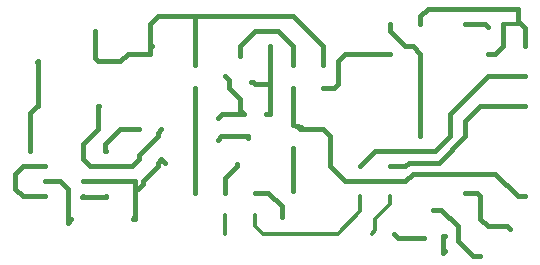
<source format=gbr>
G04 EAGLE Gerber RS-274X export*
G75*
%MOMM*%
%FSLAX34Y34*%
%LPD*%
%INTop Copper*%
%IPPOS*%
%AMOC8*
5,1,8,0,0,1.08239X$1,22.5*%
G01*
%ADD10C,0.406400*%
%ADD11C,0.304800*%


D10*
X44450Y88900D02*
X62900Y88900D01*
X44450Y88900D02*
X38100Y82550D01*
X38100Y69850D01*
X44450Y63500D01*
X62900Y63500D01*
X241300Y66650D02*
X252438Y66650D01*
X263525Y55563D01*
X263525Y46175D01*
X263550Y46150D01*
X215900Y66650D02*
X215900Y79375D01*
X225450Y88925D02*
X225450Y90600D01*
X225450Y88925D02*
X215900Y79375D01*
X142400Y69850D02*
X139700Y69850D01*
X161900Y95250D02*
X165100Y92050D01*
X114900Y76200D02*
X95250Y76200D01*
X158750Y88900D02*
X158750Y92100D01*
X161900Y95250D01*
X139700Y69850D02*
X139700Y46750D01*
X137400Y44450D01*
X139700Y69850D02*
X139700Y76200D01*
X114900Y76200D01*
X146050Y76200D02*
X158750Y88900D01*
X146050Y76200D02*
X146050Y73500D01*
X142400Y69850D01*
X139192Y44450D02*
X137400Y44450D01*
X138684Y43942D02*
X139192Y44450D01*
D11*
X215900Y47650D02*
X215900Y31750D01*
X330200Y50800D02*
X330200Y63500D01*
X330200Y50800D02*
X311150Y31750D01*
X247650Y31750D01*
X241300Y38100D01*
X241300Y47650D01*
D10*
X298450Y155600D02*
X308000Y155600D01*
X311150Y158750D01*
X311150Y177800D01*
X317500Y184150D01*
X355600Y184150D01*
X435610Y209550D02*
X438150Y207010D01*
X435610Y209550D02*
X419100Y209550D01*
X419100Y127000D02*
X419100Y114300D01*
X419100Y127000D02*
X431800Y139700D01*
X469900Y139700D01*
X368300Y88900D02*
X355600Y88900D01*
X368300Y88900D02*
X371475Y92075D01*
X396875Y92075D01*
X419100Y114300D01*
X342900Y101600D02*
X330200Y88900D01*
X342900Y101600D02*
X393700Y101600D01*
X406400Y114300D01*
X406400Y133350D01*
X438150Y165100D01*
X469900Y165100D01*
X273050Y155600D02*
X273050Y123800D01*
X279756Y121920D01*
X304800Y88900D02*
X317500Y76200D01*
X304800Y88900D02*
X304800Y114300D01*
X463550Y63500D02*
X469900Y63500D01*
X463550Y63500D02*
X444500Y82550D01*
D11*
X279400Y120650D02*
X273050Y123800D01*
D10*
X279400Y120650D02*
X298450Y120650D01*
X304800Y114300D01*
X374650Y82550D02*
X444500Y82550D01*
X374650Y82550D02*
X368300Y76200D01*
X317500Y76200D01*
X431800Y50750D02*
X431800Y44450D01*
X438150Y38100D01*
X454500Y38100D01*
X457200Y35400D01*
X431800Y50750D02*
X431800Y63500D01*
X428625Y66675D02*
X419100Y66675D01*
X428625Y66675D02*
X431800Y63500D01*
X273050Y68150D02*
X273050Y104800D01*
X273050Y174600D02*
X273050Y190500D01*
X260350Y203200D01*
X241300Y203200D01*
X228600Y190500D01*
X228600Y182450D01*
X234950Y114300D02*
X234950Y112600D01*
X234950Y114300D02*
X212700Y114300D01*
X209550Y111150D01*
X219100Y161900D02*
X215900Y165100D01*
X212750Y133350D02*
X231800Y133350D01*
X212750Y133350D02*
X209550Y130150D01*
X219100Y155550D02*
X219100Y160450D01*
X219100Y155550D02*
X228600Y146050D01*
X228600Y136550D01*
X231800Y133350D01*
X219100Y160450D02*
X219100Y161900D01*
D11*
X355600Y63500D02*
X355600Y57150D01*
X342900Y44450D01*
X342900Y34900D01*
X339750Y31750D01*
D10*
X142900Y120650D02*
X127000Y120650D01*
X114300Y107950D01*
X114300Y102200D01*
X114900Y101600D01*
X114900Y88900D02*
X136550Y88900D01*
X142900Y95250D01*
X142900Y98450D01*
X158750Y114300D01*
X158750Y117500D01*
X161900Y120650D01*
X114900Y88900D02*
X101600Y88900D01*
X95250Y95250D01*
X107950Y139700D02*
X108900Y139700D01*
X107950Y139700D02*
X107950Y120650D01*
X95250Y107950D01*
X95250Y95250D01*
X114900Y63500D02*
X114646Y63246D01*
X94996Y63246D01*
X190500Y66650D02*
X190500Y88900D01*
X190500Y155600D01*
X95250Y63500D02*
X94996Y63246D01*
X50200Y133700D02*
X56200Y139700D01*
X56200Y176800D02*
X57150Y177750D01*
X57150Y139700D02*
X56200Y139700D01*
X57150Y139700D02*
X57150Y177750D01*
X57200Y177800D01*
X50800Y101600D02*
X50200Y101600D01*
X50800Y101600D02*
X50800Y133100D01*
X50200Y133700D01*
X62900Y76200D02*
X76200Y76200D01*
X82550Y69850D01*
X82550Y40800D01*
X85250Y44450D01*
X105250Y180450D02*
X105250Y203200D01*
X105250Y180450D02*
X107900Y177800D01*
X152400Y189450D02*
X153958Y191008D01*
X190500Y190500D02*
X190500Y174600D01*
X298450Y174600D02*
X298450Y190500D01*
X273050Y215900D01*
X190500Y215900D02*
X158750Y215900D01*
X190500Y215900D02*
X273050Y215900D01*
X158750Y215900D02*
X152400Y209550D01*
X190500Y215900D02*
X190500Y190500D01*
X152400Y189450D02*
X152400Y209550D01*
X127000Y177800D02*
X107900Y177800D01*
X127000Y177800D02*
X133350Y184150D01*
X152400Y184150D01*
X152400Y189450D01*
X250800Y133350D02*
X254000Y133350D01*
X254000Y158750D01*
X239600Y160450D02*
X238100Y160450D01*
X239600Y160450D02*
X241300Y158750D01*
X254000Y158750D01*
X254000Y190500D01*
X381000Y209550D02*
X381000Y215900D01*
X387350Y222250D01*
X463550Y222250D01*
X463550Y212090D01*
X466090Y209550D01*
X469900Y205740D02*
X469900Y190500D01*
X469900Y205740D02*
X466090Y209550D01*
X384175Y28575D02*
X384200Y28550D01*
X384175Y28575D02*
X361925Y28575D01*
X358750Y31750D01*
X392112Y52276D02*
X398574Y52276D01*
X412750Y38100D01*
X412750Y25400D01*
X425450Y12700D01*
X431750Y12700D01*
X431800Y12750D01*
X355600Y203200D02*
X355600Y209550D01*
X381000Y184150D02*
X381000Y114300D01*
X381000Y184150D02*
X374650Y190500D01*
X368300Y190500D01*
X355600Y203200D01*
X401613Y17438D02*
X400050Y15875D01*
X400050Y30276D02*
X401612Y30276D01*
X400050Y30276D02*
X400050Y15875D01*
X438150Y184150D02*
X444500Y184150D01*
X450850Y190500D01*
X450850Y209550D01*
D11*
X463550Y209550D01*
M02*

</source>
